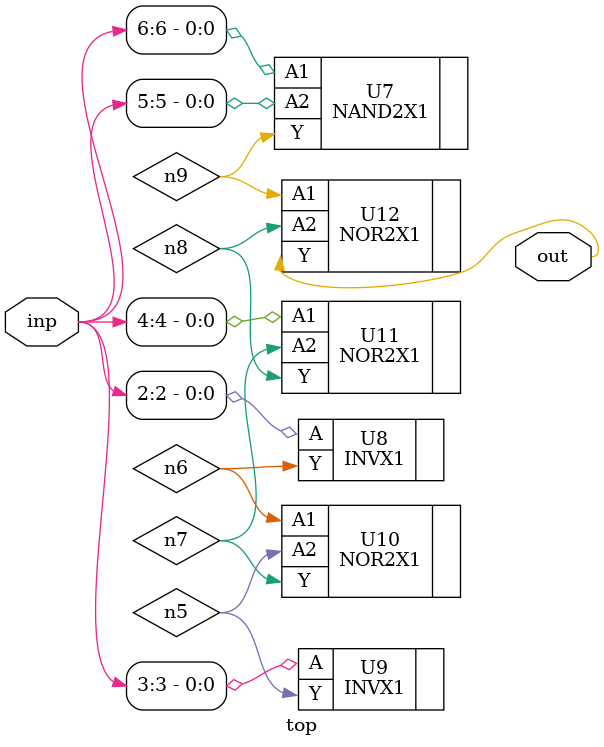
<source format=sv>


module top ( inp, out );
  input [6:0] inp;
  output out;
  wire   n5, n6, n7, n8, n9;

  NAND2X1 U7 ( .A1(inp[6]), .A2(inp[5]), .Y(n9) );
  INVX1 U8 ( .A(inp[2]), .Y(n6) );
  INVX1 U9 ( .A(inp[3]), .Y(n5) );
  NOR2X1 U10 ( .A1(n6), .A2(n5), .Y(n7) );
  NOR2X1 U11 ( .A1(inp[4]), .A2(n7), .Y(n8) );
  NOR2X1 U12 ( .A1(n9), .A2(n8), .Y(out) );
endmodule


</source>
